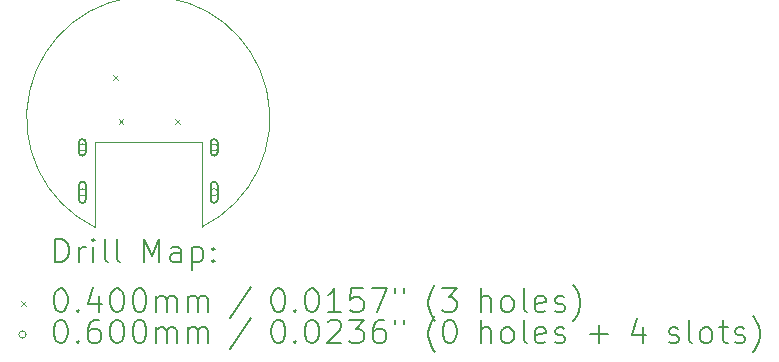
<source format=gbr>
%TF.GenerationSoftware,KiCad,Pcbnew,(7.0.0)*%
%TF.CreationDate,2024-02-07T22:19:05+08:00*%
%TF.ProjectId,simple charger,73696d70-6c65-4206-9368-61726765722e,rev?*%
%TF.SameCoordinates,Original*%
%TF.FileFunction,Drillmap*%
%TF.FilePolarity,Positive*%
%FSLAX45Y45*%
G04 Gerber Fmt 4.5, Leading zero omitted, Abs format (unit mm)*
G04 Created by KiCad (PCBNEW (7.0.0)) date 2024-02-07 22:19:05*
%MOMM*%
%LPD*%
G01*
G04 APERTURE LIST*
%ADD10C,0.100000*%
%ADD11C,0.200000*%
%ADD12C,0.040000*%
%ADD13C,0.060000*%
G04 APERTURE END LIST*
D10*
X10452500Y-10925000D02*
G75*
G03*
X9547500Y-10925000I-452500J925000D01*
G01*
X9547500Y-10200000D02*
X9547500Y-10925000D01*
X10452500Y-10200000D02*
X9547500Y-10200000D01*
X10452500Y-10925000D02*
X10452500Y-10200000D01*
D11*
D12*
X9700000Y-9640000D02*
X9740000Y-9680000D01*
X9740000Y-9640000D02*
X9700000Y-9680000D01*
X9750000Y-10010000D02*
X9790000Y-10050000D01*
X9790000Y-10010000D02*
X9750000Y-10050000D01*
X10227450Y-10010000D02*
X10267450Y-10050000D01*
X10267450Y-10010000D02*
X10227450Y-10050000D01*
D13*
X9472440Y-10250000D02*
G75*
G03*
X9472440Y-10250000I-30000J0D01*
G01*
D11*
X9472440Y-10290000D02*
X9472440Y-10210000D01*
X9472440Y-10210000D02*
G75*
G03*
X9412440Y-10210000I-30000J0D01*
G01*
X9412440Y-10210000D02*
X9412440Y-10290000D01*
X9412440Y-10290000D02*
G75*
G03*
X9472440Y-10290000I30000J0D01*
G01*
D13*
X9472470Y-10630000D02*
G75*
G03*
X9472470Y-10630000I-30000J0D01*
G01*
D11*
X9472470Y-10690000D02*
X9472470Y-10570000D01*
X9472470Y-10570000D02*
G75*
G03*
X9412470Y-10570000I-30000J0D01*
G01*
X9412470Y-10570000D02*
X9412470Y-10690000D01*
X9412470Y-10690000D02*
G75*
G03*
X9472470Y-10690000I30000J0D01*
G01*
D13*
X10587530Y-10250000D02*
G75*
G03*
X10587530Y-10250000I-30000J0D01*
G01*
D11*
X10587530Y-10290000D02*
X10587530Y-10210000D01*
X10587530Y-10210000D02*
G75*
G03*
X10527530Y-10210000I-30000J0D01*
G01*
X10527530Y-10210000D02*
X10527530Y-10290000D01*
X10527530Y-10290000D02*
G75*
G03*
X10587530Y-10290000I30000J0D01*
G01*
D13*
X10587530Y-10630000D02*
G75*
G03*
X10587530Y-10630000I-30000J0D01*
G01*
D11*
X10587530Y-10690000D02*
X10587530Y-10570000D01*
X10587530Y-10570000D02*
G75*
G03*
X10527530Y-10570000I-30000J0D01*
G01*
X10527530Y-10570000D02*
X10527530Y-10690000D01*
X10527530Y-10690000D02*
G75*
G03*
X10587530Y-10690000I30000J0D01*
G01*
X9212871Y-11223476D02*
X9212871Y-11023476D01*
X9212871Y-11023476D02*
X9260490Y-11023476D01*
X9260490Y-11023476D02*
X9289061Y-11033000D01*
X9289061Y-11033000D02*
X9308109Y-11052048D01*
X9308109Y-11052048D02*
X9317633Y-11071095D01*
X9317633Y-11071095D02*
X9327157Y-11109190D01*
X9327157Y-11109190D02*
X9327157Y-11137762D01*
X9327157Y-11137762D02*
X9317633Y-11175857D01*
X9317633Y-11175857D02*
X9308109Y-11194905D01*
X9308109Y-11194905D02*
X9289061Y-11213952D01*
X9289061Y-11213952D02*
X9260490Y-11223476D01*
X9260490Y-11223476D02*
X9212871Y-11223476D01*
X9412871Y-11223476D02*
X9412871Y-11090143D01*
X9412871Y-11128238D02*
X9422395Y-11109190D01*
X9422395Y-11109190D02*
X9431919Y-11099667D01*
X9431919Y-11099667D02*
X9450966Y-11090143D01*
X9450966Y-11090143D02*
X9470014Y-11090143D01*
X9536680Y-11223476D02*
X9536680Y-11090143D01*
X9536680Y-11023476D02*
X9527157Y-11033000D01*
X9527157Y-11033000D02*
X9536680Y-11042524D01*
X9536680Y-11042524D02*
X9546204Y-11033000D01*
X9546204Y-11033000D02*
X9536680Y-11023476D01*
X9536680Y-11023476D02*
X9536680Y-11042524D01*
X9660490Y-11223476D02*
X9641442Y-11213952D01*
X9641442Y-11213952D02*
X9631919Y-11194905D01*
X9631919Y-11194905D02*
X9631919Y-11023476D01*
X9765252Y-11223476D02*
X9746204Y-11213952D01*
X9746204Y-11213952D02*
X9736680Y-11194905D01*
X9736680Y-11194905D02*
X9736680Y-11023476D01*
X9961442Y-11223476D02*
X9961442Y-11023476D01*
X9961442Y-11023476D02*
X10028109Y-11166333D01*
X10028109Y-11166333D02*
X10094776Y-11023476D01*
X10094776Y-11023476D02*
X10094776Y-11223476D01*
X10275728Y-11223476D02*
X10275728Y-11118714D01*
X10275728Y-11118714D02*
X10266204Y-11099667D01*
X10266204Y-11099667D02*
X10247157Y-11090143D01*
X10247157Y-11090143D02*
X10209061Y-11090143D01*
X10209061Y-11090143D02*
X10190014Y-11099667D01*
X10275728Y-11213952D02*
X10256680Y-11223476D01*
X10256680Y-11223476D02*
X10209061Y-11223476D01*
X10209061Y-11223476D02*
X10190014Y-11213952D01*
X10190014Y-11213952D02*
X10180490Y-11194905D01*
X10180490Y-11194905D02*
X10180490Y-11175857D01*
X10180490Y-11175857D02*
X10190014Y-11156810D01*
X10190014Y-11156810D02*
X10209061Y-11147286D01*
X10209061Y-11147286D02*
X10256680Y-11147286D01*
X10256680Y-11147286D02*
X10275728Y-11137762D01*
X10370966Y-11090143D02*
X10370966Y-11290143D01*
X10370966Y-11099667D02*
X10390014Y-11090143D01*
X10390014Y-11090143D02*
X10428109Y-11090143D01*
X10428109Y-11090143D02*
X10447157Y-11099667D01*
X10447157Y-11099667D02*
X10456680Y-11109190D01*
X10456680Y-11109190D02*
X10466204Y-11128238D01*
X10466204Y-11128238D02*
X10466204Y-11185381D01*
X10466204Y-11185381D02*
X10456680Y-11204428D01*
X10456680Y-11204428D02*
X10447157Y-11213952D01*
X10447157Y-11213952D02*
X10428109Y-11223476D01*
X10428109Y-11223476D02*
X10390014Y-11223476D01*
X10390014Y-11223476D02*
X10370966Y-11213952D01*
X10551919Y-11204428D02*
X10561442Y-11213952D01*
X10561442Y-11213952D02*
X10551919Y-11223476D01*
X10551919Y-11223476D02*
X10542395Y-11213952D01*
X10542395Y-11213952D02*
X10551919Y-11204428D01*
X10551919Y-11204428D02*
X10551919Y-11223476D01*
X10551919Y-11099667D02*
X10561442Y-11109190D01*
X10561442Y-11109190D02*
X10551919Y-11118714D01*
X10551919Y-11118714D02*
X10542395Y-11109190D01*
X10542395Y-11109190D02*
X10551919Y-11099667D01*
X10551919Y-11099667D02*
X10551919Y-11118714D01*
D12*
X8925252Y-11550000D02*
X8965252Y-11590000D01*
X8965252Y-11550000D02*
X8925252Y-11590000D01*
D11*
X9250966Y-11443476D02*
X9270014Y-11443476D01*
X9270014Y-11443476D02*
X9289061Y-11453000D01*
X9289061Y-11453000D02*
X9298585Y-11462524D01*
X9298585Y-11462524D02*
X9308109Y-11481571D01*
X9308109Y-11481571D02*
X9317633Y-11519667D01*
X9317633Y-11519667D02*
X9317633Y-11567286D01*
X9317633Y-11567286D02*
X9308109Y-11605381D01*
X9308109Y-11605381D02*
X9298585Y-11624428D01*
X9298585Y-11624428D02*
X9289061Y-11633952D01*
X9289061Y-11633952D02*
X9270014Y-11643476D01*
X9270014Y-11643476D02*
X9250966Y-11643476D01*
X9250966Y-11643476D02*
X9231919Y-11633952D01*
X9231919Y-11633952D02*
X9222395Y-11624428D01*
X9222395Y-11624428D02*
X9212871Y-11605381D01*
X9212871Y-11605381D02*
X9203347Y-11567286D01*
X9203347Y-11567286D02*
X9203347Y-11519667D01*
X9203347Y-11519667D02*
X9212871Y-11481571D01*
X9212871Y-11481571D02*
X9222395Y-11462524D01*
X9222395Y-11462524D02*
X9231919Y-11453000D01*
X9231919Y-11453000D02*
X9250966Y-11443476D01*
X9403347Y-11624428D02*
X9412871Y-11633952D01*
X9412871Y-11633952D02*
X9403347Y-11643476D01*
X9403347Y-11643476D02*
X9393823Y-11633952D01*
X9393823Y-11633952D02*
X9403347Y-11624428D01*
X9403347Y-11624428D02*
X9403347Y-11643476D01*
X9584300Y-11510143D02*
X9584300Y-11643476D01*
X9536680Y-11433952D02*
X9489061Y-11576809D01*
X9489061Y-11576809D02*
X9612871Y-11576809D01*
X9727157Y-11443476D02*
X9746204Y-11443476D01*
X9746204Y-11443476D02*
X9765252Y-11453000D01*
X9765252Y-11453000D02*
X9774776Y-11462524D01*
X9774776Y-11462524D02*
X9784300Y-11481571D01*
X9784300Y-11481571D02*
X9793823Y-11519667D01*
X9793823Y-11519667D02*
X9793823Y-11567286D01*
X9793823Y-11567286D02*
X9784300Y-11605381D01*
X9784300Y-11605381D02*
X9774776Y-11624428D01*
X9774776Y-11624428D02*
X9765252Y-11633952D01*
X9765252Y-11633952D02*
X9746204Y-11643476D01*
X9746204Y-11643476D02*
X9727157Y-11643476D01*
X9727157Y-11643476D02*
X9708109Y-11633952D01*
X9708109Y-11633952D02*
X9698585Y-11624428D01*
X9698585Y-11624428D02*
X9689061Y-11605381D01*
X9689061Y-11605381D02*
X9679538Y-11567286D01*
X9679538Y-11567286D02*
X9679538Y-11519667D01*
X9679538Y-11519667D02*
X9689061Y-11481571D01*
X9689061Y-11481571D02*
X9698585Y-11462524D01*
X9698585Y-11462524D02*
X9708109Y-11453000D01*
X9708109Y-11453000D02*
X9727157Y-11443476D01*
X9917633Y-11443476D02*
X9936681Y-11443476D01*
X9936681Y-11443476D02*
X9955728Y-11453000D01*
X9955728Y-11453000D02*
X9965252Y-11462524D01*
X9965252Y-11462524D02*
X9974776Y-11481571D01*
X9974776Y-11481571D02*
X9984300Y-11519667D01*
X9984300Y-11519667D02*
X9984300Y-11567286D01*
X9984300Y-11567286D02*
X9974776Y-11605381D01*
X9974776Y-11605381D02*
X9965252Y-11624428D01*
X9965252Y-11624428D02*
X9955728Y-11633952D01*
X9955728Y-11633952D02*
X9936681Y-11643476D01*
X9936681Y-11643476D02*
X9917633Y-11643476D01*
X9917633Y-11643476D02*
X9898585Y-11633952D01*
X9898585Y-11633952D02*
X9889061Y-11624428D01*
X9889061Y-11624428D02*
X9879538Y-11605381D01*
X9879538Y-11605381D02*
X9870014Y-11567286D01*
X9870014Y-11567286D02*
X9870014Y-11519667D01*
X9870014Y-11519667D02*
X9879538Y-11481571D01*
X9879538Y-11481571D02*
X9889061Y-11462524D01*
X9889061Y-11462524D02*
X9898585Y-11453000D01*
X9898585Y-11453000D02*
X9917633Y-11443476D01*
X10070014Y-11643476D02*
X10070014Y-11510143D01*
X10070014Y-11529190D02*
X10079538Y-11519667D01*
X10079538Y-11519667D02*
X10098585Y-11510143D01*
X10098585Y-11510143D02*
X10127157Y-11510143D01*
X10127157Y-11510143D02*
X10146204Y-11519667D01*
X10146204Y-11519667D02*
X10155728Y-11538714D01*
X10155728Y-11538714D02*
X10155728Y-11643476D01*
X10155728Y-11538714D02*
X10165252Y-11519667D01*
X10165252Y-11519667D02*
X10184300Y-11510143D01*
X10184300Y-11510143D02*
X10212871Y-11510143D01*
X10212871Y-11510143D02*
X10231919Y-11519667D01*
X10231919Y-11519667D02*
X10241442Y-11538714D01*
X10241442Y-11538714D02*
X10241442Y-11643476D01*
X10336681Y-11643476D02*
X10336681Y-11510143D01*
X10336681Y-11529190D02*
X10346204Y-11519667D01*
X10346204Y-11519667D02*
X10365252Y-11510143D01*
X10365252Y-11510143D02*
X10393823Y-11510143D01*
X10393823Y-11510143D02*
X10412871Y-11519667D01*
X10412871Y-11519667D02*
X10422395Y-11538714D01*
X10422395Y-11538714D02*
X10422395Y-11643476D01*
X10422395Y-11538714D02*
X10431919Y-11519667D01*
X10431919Y-11519667D02*
X10450966Y-11510143D01*
X10450966Y-11510143D02*
X10479538Y-11510143D01*
X10479538Y-11510143D02*
X10498585Y-11519667D01*
X10498585Y-11519667D02*
X10508109Y-11538714D01*
X10508109Y-11538714D02*
X10508109Y-11643476D01*
X10866204Y-11433952D02*
X10694776Y-11691095D01*
X11090966Y-11443476D02*
X11110014Y-11443476D01*
X11110014Y-11443476D02*
X11129062Y-11453000D01*
X11129062Y-11453000D02*
X11138585Y-11462524D01*
X11138585Y-11462524D02*
X11148109Y-11481571D01*
X11148109Y-11481571D02*
X11157633Y-11519667D01*
X11157633Y-11519667D02*
X11157633Y-11567286D01*
X11157633Y-11567286D02*
X11148109Y-11605381D01*
X11148109Y-11605381D02*
X11138585Y-11624428D01*
X11138585Y-11624428D02*
X11129062Y-11633952D01*
X11129062Y-11633952D02*
X11110014Y-11643476D01*
X11110014Y-11643476D02*
X11090966Y-11643476D01*
X11090966Y-11643476D02*
X11071919Y-11633952D01*
X11071919Y-11633952D02*
X11062395Y-11624428D01*
X11062395Y-11624428D02*
X11052871Y-11605381D01*
X11052871Y-11605381D02*
X11043347Y-11567286D01*
X11043347Y-11567286D02*
X11043347Y-11519667D01*
X11043347Y-11519667D02*
X11052871Y-11481571D01*
X11052871Y-11481571D02*
X11062395Y-11462524D01*
X11062395Y-11462524D02*
X11071919Y-11453000D01*
X11071919Y-11453000D02*
X11090966Y-11443476D01*
X11243347Y-11624428D02*
X11252871Y-11633952D01*
X11252871Y-11633952D02*
X11243347Y-11643476D01*
X11243347Y-11643476D02*
X11233823Y-11633952D01*
X11233823Y-11633952D02*
X11243347Y-11624428D01*
X11243347Y-11624428D02*
X11243347Y-11643476D01*
X11376680Y-11443476D02*
X11395728Y-11443476D01*
X11395728Y-11443476D02*
X11414776Y-11453000D01*
X11414776Y-11453000D02*
X11424300Y-11462524D01*
X11424300Y-11462524D02*
X11433823Y-11481571D01*
X11433823Y-11481571D02*
X11443347Y-11519667D01*
X11443347Y-11519667D02*
X11443347Y-11567286D01*
X11443347Y-11567286D02*
X11433823Y-11605381D01*
X11433823Y-11605381D02*
X11424300Y-11624428D01*
X11424300Y-11624428D02*
X11414776Y-11633952D01*
X11414776Y-11633952D02*
X11395728Y-11643476D01*
X11395728Y-11643476D02*
X11376680Y-11643476D01*
X11376680Y-11643476D02*
X11357633Y-11633952D01*
X11357633Y-11633952D02*
X11348109Y-11624428D01*
X11348109Y-11624428D02*
X11338585Y-11605381D01*
X11338585Y-11605381D02*
X11329061Y-11567286D01*
X11329061Y-11567286D02*
X11329061Y-11519667D01*
X11329061Y-11519667D02*
X11338585Y-11481571D01*
X11338585Y-11481571D02*
X11348109Y-11462524D01*
X11348109Y-11462524D02*
X11357633Y-11453000D01*
X11357633Y-11453000D02*
X11376680Y-11443476D01*
X11633823Y-11643476D02*
X11519538Y-11643476D01*
X11576680Y-11643476D02*
X11576680Y-11443476D01*
X11576680Y-11443476D02*
X11557633Y-11472048D01*
X11557633Y-11472048D02*
X11538585Y-11491095D01*
X11538585Y-11491095D02*
X11519538Y-11500619D01*
X11814776Y-11443476D02*
X11719538Y-11443476D01*
X11719538Y-11443476D02*
X11710014Y-11538714D01*
X11710014Y-11538714D02*
X11719538Y-11529190D01*
X11719538Y-11529190D02*
X11738585Y-11519667D01*
X11738585Y-11519667D02*
X11786204Y-11519667D01*
X11786204Y-11519667D02*
X11805252Y-11529190D01*
X11805252Y-11529190D02*
X11814776Y-11538714D01*
X11814776Y-11538714D02*
X11824300Y-11557762D01*
X11824300Y-11557762D02*
X11824300Y-11605381D01*
X11824300Y-11605381D02*
X11814776Y-11624428D01*
X11814776Y-11624428D02*
X11805252Y-11633952D01*
X11805252Y-11633952D02*
X11786204Y-11643476D01*
X11786204Y-11643476D02*
X11738585Y-11643476D01*
X11738585Y-11643476D02*
X11719538Y-11633952D01*
X11719538Y-11633952D02*
X11710014Y-11624428D01*
X11890966Y-11443476D02*
X12024300Y-11443476D01*
X12024300Y-11443476D02*
X11938585Y-11643476D01*
X12090966Y-11443476D02*
X12090966Y-11481571D01*
X12167157Y-11443476D02*
X12167157Y-11481571D01*
X12430014Y-11719667D02*
X12420490Y-11710143D01*
X12420490Y-11710143D02*
X12401442Y-11681571D01*
X12401442Y-11681571D02*
X12391919Y-11662524D01*
X12391919Y-11662524D02*
X12382395Y-11633952D01*
X12382395Y-11633952D02*
X12372871Y-11586333D01*
X12372871Y-11586333D02*
X12372871Y-11548238D01*
X12372871Y-11548238D02*
X12382395Y-11500619D01*
X12382395Y-11500619D02*
X12391919Y-11472048D01*
X12391919Y-11472048D02*
X12401442Y-11453000D01*
X12401442Y-11453000D02*
X12420490Y-11424428D01*
X12420490Y-11424428D02*
X12430014Y-11414905D01*
X12487157Y-11443476D02*
X12610966Y-11443476D01*
X12610966Y-11443476D02*
X12544300Y-11519667D01*
X12544300Y-11519667D02*
X12572871Y-11519667D01*
X12572871Y-11519667D02*
X12591919Y-11529190D01*
X12591919Y-11529190D02*
X12601442Y-11538714D01*
X12601442Y-11538714D02*
X12610966Y-11557762D01*
X12610966Y-11557762D02*
X12610966Y-11605381D01*
X12610966Y-11605381D02*
X12601442Y-11624428D01*
X12601442Y-11624428D02*
X12591919Y-11633952D01*
X12591919Y-11633952D02*
X12572871Y-11643476D01*
X12572871Y-11643476D02*
X12515728Y-11643476D01*
X12515728Y-11643476D02*
X12496681Y-11633952D01*
X12496681Y-11633952D02*
X12487157Y-11624428D01*
X12816681Y-11643476D02*
X12816681Y-11443476D01*
X12902395Y-11643476D02*
X12902395Y-11538714D01*
X12902395Y-11538714D02*
X12892871Y-11519667D01*
X12892871Y-11519667D02*
X12873823Y-11510143D01*
X12873823Y-11510143D02*
X12845252Y-11510143D01*
X12845252Y-11510143D02*
X12826204Y-11519667D01*
X12826204Y-11519667D02*
X12816681Y-11529190D01*
X13026204Y-11643476D02*
X13007157Y-11633952D01*
X13007157Y-11633952D02*
X12997633Y-11624428D01*
X12997633Y-11624428D02*
X12988109Y-11605381D01*
X12988109Y-11605381D02*
X12988109Y-11548238D01*
X12988109Y-11548238D02*
X12997633Y-11529190D01*
X12997633Y-11529190D02*
X13007157Y-11519667D01*
X13007157Y-11519667D02*
X13026204Y-11510143D01*
X13026204Y-11510143D02*
X13054776Y-11510143D01*
X13054776Y-11510143D02*
X13073823Y-11519667D01*
X13073823Y-11519667D02*
X13083347Y-11529190D01*
X13083347Y-11529190D02*
X13092871Y-11548238D01*
X13092871Y-11548238D02*
X13092871Y-11605381D01*
X13092871Y-11605381D02*
X13083347Y-11624428D01*
X13083347Y-11624428D02*
X13073823Y-11633952D01*
X13073823Y-11633952D02*
X13054776Y-11643476D01*
X13054776Y-11643476D02*
X13026204Y-11643476D01*
X13207157Y-11643476D02*
X13188109Y-11633952D01*
X13188109Y-11633952D02*
X13178585Y-11614905D01*
X13178585Y-11614905D02*
X13178585Y-11443476D01*
X13359538Y-11633952D02*
X13340490Y-11643476D01*
X13340490Y-11643476D02*
X13302395Y-11643476D01*
X13302395Y-11643476D02*
X13283347Y-11633952D01*
X13283347Y-11633952D02*
X13273823Y-11614905D01*
X13273823Y-11614905D02*
X13273823Y-11538714D01*
X13273823Y-11538714D02*
X13283347Y-11519667D01*
X13283347Y-11519667D02*
X13302395Y-11510143D01*
X13302395Y-11510143D02*
X13340490Y-11510143D01*
X13340490Y-11510143D02*
X13359538Y-11519667D01*
X13359538Y-11519667D02*
X13369062Y-11538714D01*
X13369062Y-11538714D02*
X13369062Y-11557762D01*
X13369062Y-11557762D02*
X13273823Y-11576809D01*
X13445252Y-11633952D02*
X13464300Y-11643476D01*
X13464300Y-11643476D02*
X13502395Y-11643476D01*
X13502395Y-11643476D02*
X13521443Y-11633952D01*
X13521443Y-11633952D02*
X13530966Y-11614905D01*
X13530966Y-11614905D02*
X13530966Y-11605381D01*
X13530966Y-11605381D02*
X13521443Y-11586333D01*
X13521443Y-11586333D02*
X13502395Y-11576809D01*
X13502395Y-11576809D02*
X13473823Y-11576809D01*
X13473823Y-11576809D02*
X13454776Y-11567286D01*
X13454776Y-11567286D02*
X13445252Y-11548238D01*
X13445252Y-11548238D02*
X13445252Y-11538714D01*
X13445252Y-11538714D02*
X13454776Y-11519667D01*
X13454776Y-11519667D02*
X13473823Y-11510143D01*
X13473823Y-11510143D02*
X13502395Y-11510143D01*
X13502395Y-11510143D02*
X13521443Y-11519667D01*
X13597633Y-11719667D02*
X13607157Y-11710143D01*
X13607157Y-11710143D02*
X13626204Y-11681571D01*
X13626204Y-11681571D02*
X13635728Y-11662524D01*
X13635728Y-11662524D02*
X13645252Y-11633952D01*
X13645252Y-11633952D02*
X13654776Y-11586333D01*
X13654776Y-11586333D02*
X13654776Y-11548238D01*
X13654776Y-11548238D02*
X13645252Y-11500619D01*
X13645252Y-11500619D02*
X13635728Y-11472048D01*
X13635728Y-11472048D02*
X13626204Y-11453000D01*
X13626204Y-11453000D02*
X13607157Y-11424428D01*
X13607157Y-11424428D02*
X13597633Y-11414905D01*
D13*
X8965252Y-11834000D02*
G75*
G03*
X8965252Y-11834000I-30000J0D01*
G01*
D11*
X9250966Y-11707476D02*
X9270014Y-11707476D01*
X9270014Y-11707476D02*
X9289061Y-11717000D01*
X9289061Y-11717000D02*
X9298585Y-11726524D01*
X9298585Y-11726524D02*
X9308109Y-11745571D01*
X9308109Y-11745571D02*
X9317633Y-11783667D01*
X9317633Y-11783667D02*
X9317633Y-11831286D01*
X9317633Y-11831286D02*
X9308109Y-11869381D01*
X9308109Y-11869381D02*
X9298585Y-11888428D01*
X9298585Y-11888428D02*
X9289061Y-11897952D01*
X9289061Y-11897952D02*
X9270014Y-11907476D01*
X9270014Y-11907476D02*
X9250966Y-11907476D01*
X9250966Y-11907476D02*
X9231919Y-11897952D01*
X9231919Y-11897952D02*
X9222395Y-11888428D01*
X9222395Y-11888428D02*
X9212871Y-11869381D01*
X9212871Y-11869381D02*
X9203347Y-11831286D01*
X9203347Y-11831286D02*
X9203347Y-11783667D01*
X9203347Y-11783667D02*
X9212871Y-11745571D01*
X9212871Y-11745571D02*
X9222395Y-11726524D01*
X9222395Y-11726524D02*
X9231919Y-11717000D01*
X9231919Y-11717000D02*
X9250966Y-11707476D01*
X9403347Y-11888428D02*
X9412871Y-11897952D01*
X9412871Y-11897952D02*
X9403347Y-11907476D01*
X9403347Y-11907476D02*
X9393823Y-11897952D01*
X9393823Y-11897952D02*
X9403347Y-11888428D01*
X9403347Y-11888428D02*
X9403347Y-11907476D01*
X9584300Y-11707476D02*
X9546204Y-11707476D01*
X9546204Y-11707476D02*
X9527157Y-11717000D01*
X9527157Y-11717000D02*
X9517633Y-11726524D01*
X9517633Y-11726524D02*
X9498585Y-11755095D01*
X9498585Y-11755095D02*
X9489061Y-11793190D01*
X9489061Y-11793190D02*
X9489061Y-11869381D01*
X9489061Y-11869381D02*
X9498585Y-11888428D01*
X9498585Y-11888428D02*
X9508109Y-11897952D01*
X9508109Y-11897952D02*
X9527157Y-11907476D01*
X9527157Y-11907476D02*
X9565252Y-11907476D01*
X9565252Y-11907476D02*
X9584300Y-11897952D01*
X9584300Y-11897952D02*
X9593823Y-11888428D01*
X9593823Y-11888428D02*
X9603347Y-11869381D01*
X9603347Y-11869381D02*
X9603347Y-11821762D01*
X9603347Y-11821762D02*
X9593823Y-11802714D01*
X9593823Y-11802714D02*
X9584300Y-11793190D01*
X9584300Y-11793190D02*
X9565252Y-11783667D01*
X9565252Y-11783667D02*
X9527157Y-11783667D01*
X9527157Y-11783667D02*
X9508109Y-11793190D01*
X9508109Y-11793190D02*
X9498585Y-11802714D01*
X9498585Y-11802714D02*
X9489061Y-11821762D01*
X9727157Y-11707476D02*
X9746204Y-11707476D01*
X9746204Y-11707476D02*
X9765252Y-11717000D01*
X9765252Y-11717000D02*
X9774776Y-11726524D01*
X9774776Y-11726524D02*
X9784300Y-11745571D01*
X9784300Y-11745571D02*
X9793823Y-11783667D01*
X9793823Y-11783667D02*
X9793823Y-11831286D01*
X9793823Y-11831286D02*
X9784300Y-11869381D01*
X9784300Y-11869381D02*
X9774776Y-11888428D01*
X9774776Y-11888428D02*
X9765252Y-11897952D01*
X9765252Y-11897952D02*
X9746204Y-11907476D01*
X9746204Y-11907476D02*
X9727157Y-11907476D01*
X9727157Y-11907476D02*
X9708109Y-11897952D01*
X9708109Y-11897952D02*
X9698585Y-11888428D01*
X9698585Y-11888428D02*
X9689061Y-11869381D01*
X9689061Y-11869381D02*
X9679538Y-11831286D01*
X9679538Y-11831286D02*
X9679538Y-11783667D01*
X9679538Y-11783667D02*
X9689061Y-11745571D01*
X9689061Y-11745571D02*
X9698585Y-11726524D01*
X9698585Y-11726524D02*
X9708109Y-11717000D01*
X9708109Y-11717000D02*
X9727157Y-11707476D01*
X9917633Y-11707476D02*
X9936681Y-11707476D01*
X9936681Y-11707476D02*
X9955728Y-11717000D01*
X9955728Y-11717000D02*
X9965252Y-11726524D01*
X9965252Y-11726524D02*
X9974776Y-11745571D01*
X9974776Y-11745571D02*
X9984300Y-11783667D01*
X9984300Y-11783667D02*
X9984300Y-11831286D01*
X9984300Y-11831286D02*
X9974776Y-11869381D01*
X9974776Y-11869381D02*
X9965252Y-11888428D01*
X9965252Y-11888428D02*
X9955728Y-11897952D01*
X9955728Y-11897952D02*
X9936681Y-11907476D01*
X9936681Y-11907476D02*
X9917633Y-11907476D01*
X9917633Y-11907476D02*
X9898585Y-11897952D01*
X9898585Y-11897952D02*
X9889061Y-11888428D01*
X9889061Y-11888428D02*
X9879538Y-11869381D01*
X9879538Y-11869381D02*
X9870014Y-11831286D01*
X9870014Y-11831286D02*
X9870014Y-11783667D01*
X9870014Y-11783667D02*
X9879538Y-11745571D01*
X9879538Y-11745571D02*
X9889061Y-11726524D01*
X9889061Y-11726524D02*
X9898585Y-11717000D01*
X9898585Y-11717000D02*
X9917633Y-11707476D01*
X10070014Y-11907476D02*
X10070014Y-11774143D01*
X10070014Y-11793190D02*
X10079538Y-11783667D01*
X10079538Y-11783667D02*
X10098585Y-11774143D01*
X10098585Y-11774143D02*
X10127157Y-11774143D01*
X10127157Y-11774143D02*
X10146204Y-11783667D01*
X10146204Y-11783667D02*
X10155728Y-11802714D01*
X10155728Y-11802714D02*
X10155728Y-11907476D01*
X10155728Y-11802714D02*
X10165252Y-11783667D01*
X10165252Y-11783667D02*
X10184300Y-11774143D01*
X10184300Y-11774143D02*
X10212871Y-11774143D01*
X10212871Y-11774143D02*
X10231919Y-11783667D01*
X10231919Y-11783667D02*
X10241442Y-11802714D01*
X10241442Y-11802714D02*
X10241442Y-11907476D01*
X10336681Y-11907476D02*
X10336681Y-11774143D01*
X10336681Y-11793190D02*
X10346204Y-11783667D01*
X10346204Y-11783667D02*
X10365252Y-11774143D01*
X10365252Y-11774143D02*
X10393823Y-11774143D01*
X10393823Y-11774143D02*
X10412871Y-11783667D01*
X10412871Y-11783667D02*
X10422395Y-11802714D01*
X10422395Y-11802714D02*
X10422395Y-11907476D01*
X10422395Y-11802714D02*
X10431919Y-11783667D01*
X10431919Y-11783667D02*
X10450966Y-11774143D01*
X10450966Y-11774143D02*
X10479538Y-11774143D01*
X10479538Y-11774143D02*
X10498585Y-11783667D01*
X10498585Y-11783667D02*
X10508109Y-11802714D01*
X10508109Y-11802714D02*
X10508109Y-11907476D01*
X10866204Y-11697952D02*
X10694776Y-11955095D01*
X11090966Y-11707476D02*
X11110014Y-11707476D01*
X11110014Y-11707476D02*
X11129062Y-11717000D01*
X11129062Y-11717000D02*
X11138585Y-11726524D01*
X11138585Y-11726524D02*
X11148109Y-11745571D01*
X11148109Y-11745571D02*
X11157633Y-11783667D01*
X11157633Y-11783667D02*
X11157633Y-11831286D01*
X11157633Y-11831286D02*
X11148109Y-11869381D01*
X11148109Y-11869381D02*
X11138585Y-11888428D01*
X11138585Y-11888428D02*
X11129062Y-11897952D01*
X11129062Y-11897952D02*
X11110014Y-11907476D01*
X11110014Y-11907476D02*
X11090966Y-11907476D01*
X11090966Y-11907476D02*
X11071919Y-11897952D01*
X11071919Y-11897952D02*
X11062395Y-11888428D01*
X11062395Y-11888428D02*
X11052871Y-11869381D01*
X11052871Y-11869381D02*
X11043347Y-11831286D01*
X11043347Y-11831286D02*
X11043347Y-11783667D01*
X11043347Y-11783667D02*
X11052871Y-11745571D01*
X11052871Y-11745571D02*
X11062395Y-11726524D01*
X11062395Y-11726524D02*
X11071919Y-11717000D01*
X11071919Y-11717000D02*
X11090966Y-11707476D01*
X11243347Y-11888428D02*
X11252871Y-11897952D01*
X11252871Y-11897952D02*
X11243347Y-11907476D01*
X11243347Y-11907476D02*
X11233823Y-11897952D01*
X11233823Y-11897952D02*
X11243347Y-11888428D01*
X11243347Y-11888428D02*
X11243347Y-11907476D01*
X11376680Y-11707476D02*
X11395728Y-11707476D01*
X11395728Y-11707476D02*
X11414776Y-11717000D01*
X11414776Y-11717000D02*
X11424300Y-11726524D01*
X11424300Y-11726524D02*
X11433823Y-11745571D01*
X11433823Y-11745571D02*
X11443347Y-11783667D01*
X11443347Y-11783667D02*
X11443347Y-11831286D01*
X11443347Y-11831286D02*
X11433823Y-11869381D01*
X11433823Y-11869381D02*
X11424300Y-11888428D01*
X11424300Y-11888428D02*
X11414776Y-11897952D01*
X11414776Y-11897952D02*
X11395728Y-11907476D01*
X11395728Y-11907476D02*
X11376680Y-11907476D01*
X11376680Y-11907476D02*
X11357633Y-11897952D01*
X11357633Y-11897952D02*
X11348109Y-11888428D01*
X11348109Y-11888428D02*
X11338585Y-11869381D01*
X11338585Y-11869381D02*
X11329061Y-11831286D01*
X11329061Y-11831286D02*
X11329061Y-11783667D01*
X11329061Y-11783667D02*
X11338585Y-11745571D01*
X11338585Y-11745571D02*
X11348109Y-11726524D01*
X11348109Y-11726524D02*
X11357633Y-11717000D01*
X11357633Y-11717000D02*
X11376680Y-11707476D01*
X11519538Y-11726524D02*
X11529061Y-11717000D01*
X11529061Y-11717000D02*
X11548109Y-11707476D01*
X11548109Y-11707476D02*
X11595728Y-11707476D01*
X11595728Y-11707476D02*
X11614776Y-11717000D01*
X11614776Y-11717000D02*
X11624300Y-11726524D01*
X11624300Y-11726524D02*
X11633823Y-11745571D01*
X11633823Y-11745571D02*
X11633823Y-11764619D01*
X11633823Y-11764619D02*
X11624300Y-11793190D01*
X11624300Y-11793190D02*
X11510014Y-11907476D01*
X11510014Y-11907476D02*
X11633823Y-11907476D01*
X11700490Y-11707476D02*
X11824300Y-11707476D01*
X11824300Y-11707476D02*
X11757633Y-11783667D01*
X11757633Y-11783667D02*
X11786204Y-11783667D01*
X11786204Y-11783667D02*
X11805252Y-11793190D01*
X11805252Y-11793190D02*
X11814776Y-11802714D01*
X11814776Y-11802714D02*
X11824300Y-11821762D01*
X11824300Y-11821762D02*
X11824300Y-11869381D01*
X11824300Y-11869381D02*
X11814776Y-11888428D01*
X11814776Y-11888428D02*
X11805252Y-11897952D01*
X11805252Y-11897952D02*
X11786204Y-11907476D01*
X11786204Y-11907476D02*
X11729061Y-11907476D01*
X11729061Y-11907476D02*
X11710014Y-11897952D01*
X11710014Y-11897952D02*
X11700490Y-11888428D01*
X11995728Y-11707476D02*
X11957633Y-11707476D01*
X11957633Y-11707476D02*
X11938585Y-11717000D01*
X11938585Y-11717000D02*
X11929061Y-11726524D01*
X11929061Y-11726524D02*
X11910014Y-11755095D01*
X11910014Y-11755095D02*
X11900490Y-11793190D01*
X11900490Y-11793190D02*
X11900490Y-11869381D01*
X11900490Y-11869381D02*
X11910014Y-11888428D01*
X11910014Y-11888428D02*
X11919538Y-11897952D01*
X11919538Y-11897952D02*
X11938585Y-11907476D01*
X11938585Y-11907476D02*
X11976681Y-11907476D01*
X11976681Y-11907476D02*
X11995728Y-11897952D01*
X11995728Y-11897952D02*
X12005252Y-11888428D01*
X12005252Y-11888428D02*
X12014776Y-11869381D01*
X12014776Y-11869381D02*
X12014776Y-11821762D01*
X12014776Y-11821762D02*
X12005252Y-11802714D01*
X12005252Y-11802714D02*
X11995728Y-11793190D01*
X11995728Y-11793190D02*
X11976681Y-11783667D01*
X11976681Y-11783667D02*
X11938585Y-11783667D01*
X11938585Y-11783667D02*
X11919538Y-11793190D01*
X11919538Y-11793190D02*
X11910014Y-11802714D01*
X11910014Y-11802714D02*
X11900490Y-11821762D01*
X12090966Y-11707476D02*
X12090966Y-11745571D01*
X12167157Y-11707476D02*
X12167157Y-11745571D01*
X12430014Y-11983667D02*
X12420490Y-11974143D01*
X12420490Y-11974143D02*
X12401442Y-11945571D01*
X12401442Y-11945571D02*
X12391919Y-11926524D01*
X12391919Y-11926524D02*
X12382395Y-11897952D01*
X12382395Y-11897952D02*
X12372871Y-11850333D01*
X12372871Y-11850333D02*
X12372871Y-11812238D01*
X12372871Y-11812238D02*
X12382395Y-11764619D01*
X12382395Y-11764619D02*
X12391919Y-11736048D01*
X12391919Y-11736048D02*
X12401442Y-11717000D01*
X12401442Y-11717000D02*
X12420490Y-11688428D01*
X12420490Y-11688428D02*
X12430014Y-11678905D01*
X12544300Y-11707476D02*
X12563347Y-11707476D01*
X12563347Y-11707476D02*
X12582395Y-11717000D01*
X12582395Y-11717000D02*
X12591919Y-11726524D01*
X12591919Y-11726524D02*
X12601442Y-11745571D01*
X12601442Y-11745571D02*
X12610966Y-11783667D01*
X12610966Y-11783667D02*
X12610966Y-11831286D01*
X12610966Y-11831286D02*
X12601442Y-11869381D01*
X12601442Y-11869381D02*
X12591919Y-11888428D01*
X12591919Y-11888428D02*
X12582395Y-11897952D01*
X12582395Y-11897952D02*
X12563347Y-11907476D01*
X12563347Y-11907476D02*
X12544300Y-11907476D01*
X12544300Y-11907476D02*
X12525252Y-11897952D01*
X12525252Y-11897952D02*
X12515728Y-11888428D01*
X12515728Y-11888428D02*
X12506204Y-11869381D01*
X12506204Y-11869381D02*
X12496681Y-11831286D01*
X12496681Y-11831286D02*
X12496681Y-11783667D01*
X12496681Y-11783667D02*
X12506204Y-11745571D01*
X12506204Y-11745571D02*
X12515728Y-11726524D01*
X12515728Y-11726524D02*
X12525252Y-11717000D01*
X12525252Y-11717000D02*
X12544300Y-11707476D01*
X12816681Y-11907476D02*
X12816681Y-11707476D01*
X12902395Y-11907476D02*
X12902395Y-11802714D01*
X12902395Y-11802714D02*
X12892871Y-11783667D01*
X12892871Y-11783667D02*
X12873823Y-11774143D01*
X12873823Y-11774143D02*
X12845252Y-11774143D01*
X12845252Y-11774143D02*
X12826204Y-11783667D01*
X12826204Y-11783667D02*
X12816681Y-11793190D01*
X13026204Y-11907476D02*
X13007157Y-11897952D01*
X13007157Y-11897952D02*
X12997633Y-11888428D01*
X12997633Y-11888428D02*
X12988109Y-11869381D01*
X12988109Y-11869381D02*
X12988109Y-11812238D01*
X12988109Y-11812238D02*
X12997633Y-11793190D01*
X12997633Y-11793190D02*
X13007157Y-11783667D01*
X13007157Y-11783667D02*
X13026204Y-11774143D01*
X13026204Y-11774143D02*
X13054776Y-11774143D01*
X13054776Y-11774143D02*
X13073823Y-11783667D01*
X13073823Y-11783667D02*
X13083347Y-11793190D01*
X13083347Y-11793190D02*
X13092871Y-11812238D01*
X13092871Y-11812238D02*
X13092871Y-11869381D01*
X13092871Y-11869381D02*
X13083347Y-11888428D01*
X13083347Y-11888428D02*
X13073823Y-11897952D01*
X13073823Y-11897952D02*
X13054776Y-11907476D01*
X13054776Y-11907476D02*
X13026204Y-11907476D01*
X13207157Y-11907476D02*
X13188109Y-11897952D01*
X13188109Y-11897952D02*
X13178585Y-11878905D01*
X13178585Y-11878905D02*
X13178585Y-11707476D01*
X13359538Y-11897952D02*
X13340490Y-11907476D01*
X13340490Y-11907476D02*
X13302395Y-11907476D01*
X13302395Y-11907476D02*
X13283347Y-11897952D01*
X13283347Y-11897952D02*
X13273823Y-11878905D01*
X13273823Y-11878905D02*
X13273823Y-11802714D01*
X13273823Y-11802714D02*
X13283347Y-11783667D01*
X13283347Y-11783667D02*
X13302395Y-11774143D01*
X13302395Y-11774143D02*
X13340490Y-11774143D01*
X13340490Y-11774143D02*
X13359538Y-11783667D01*
X13359538Y-11783667D02*
X13369062Y-11802714D01*
X13369062Y-11802714D02*
X13369062Y-11821762D01*
X13369062Y-11821762D02*
X13273823Y-11840809D01*
X13445252Y-11897952D02*
X13464300Y-11907476D01*
X13464300Y-11907476D02*
X13502395Y-11907476D01*
X13502395Y-11907476D02*
X13521443Y-11897952D01*
X13521443Y-11897952D02*
X13530966Y-11878905D01*
X13530966Y-11878905D02*
X13530966Y-11869381D01*
X13530966Y-11869381D02*
X13521443Y-11850333D01*
X13521443Y-11850333D02*
X13502395Y-11840809D01*
X13502395Y-11840809D02*
X13473823Y-11840809D01*
X13473823Y-11840809D02*
X13454776Y-11831286D01*
X13454776Y-11831286D02*
X13445252Y-11812238D01*
X13445252Y-11812238D02*
X13445252Y-11802714D01*
X13445252Y-11802714D02*
X13454776Y-11783667D01*
X13454776Y-11783667D02*
X13473823Y-11774143D01*
X13473823Y-11774143D02*
X13502395Y-11774143D01*
X13502395Y-11774143D02*
X13521443Y-11783667D01*
X13736681Y-11831286D02*
X13889062Y-11831286D01*
X13812871Y-11907476D02*
X13812871Y-11755095D01*
X14190014Y-11774143D02*
X14190014Y-11907476D01*
X14142395Y-11697952D02*
X14094776Y-11840809D01*
X14094776Y-11840809D02*
X14218585Y-11840809D01*
X14405252Y-11897952D02*
X14424300Y-11907476D01*
X14424300Y-11907476D02*
X14462395Y-11907476D01*
X14462395Y-11907476D02*
X14481443Y-11897952D01*
X14481443Y-11897952D02*
X14490966Y-11878905D01*
X14490966Y-11878905D02*
X14490966Y-11869381D01*
X14490966Y-11869381D02*
X14481443Y-11850333D01*
X14481443Y-11850333D02*
X14462395Y-11840809D01*
X14462395Y-11840809D02*
X14433823Y-11840809D01*
X14433823Y-11840809D02*
X14414776Y-11831286D01*
X14414776Y-11831286D02*
X14405252Y-11812238D01*
X14405252Y-11812238D02*
X14405252Y-11802714D01*
X14405252Y-11802714D02*
X14414776Y-11783667D01*
X14414776Y-11783667D02*
X14433823Y-11774143D01*
X14433823Y-11774143D02*
X14462395Y-11774143D01*
X14462395Y-11774143D02*
X14481443Y-11783667D01*
X14605252Y-11907476D02*
X14586204Y-11897952D01*
X14586204Y-11897952D02*
X14576681Y-11878905D01*
X14576681Y-11878905D02*
X14576681Y-11707476D01*
X14710014Y-11907476D02*
X14690966Y-11897952D01*
X14690966Y-11897952D02*
X14681443Y-11888428D01*
X14681443Y-11888428D02*
X14671919Y-11869381D01*
X14671919Y-11869381D02*
X14671919Y-11812238D01*
X14671919Y-11812238D02*
X14681443Y-11793190D01*
X14681443Y-11793190D02*
X14690966Y-11783667D01*
X14690966Y-11783667D02*
X14710014Y-11774143D01*
X14710014Y-11774143D02*
X14738585Y-11774143D01*
X14738585Y-11774143D02*
X14757633Y-11783667D01*
X14757633Y-11783667D02*
X14767157Y-11793190D01*
X14767157Y-11793190D02*
X14776681Y-11812238D01*
X14776681Y-11812238D02*
X14776681Y-11869381D01*
X14776681Y-11869381D02*
X14767157Y-11888428D01*
X14767157Y-11888428D02*
X14757633Y-11897952D01*
X14757633Y-11897952D02*
X14738585Y-11907476D01*
X14738585Y-11907476D02*
X14710014Y-11907476D01*
X14833824Y-11774143D02*
X14910014Y-11774143D01*
X14862395Y-11707476D02*
X14862395Y-11878905D01*
X14862395Y-11878905D02*
X14871919Y-11897952D01*
X14871919Y-11897952D02*
X14890966Y-11907476D01*
X14890966Y-11907476D02*
X14910014Y-11907476D01*
X14967157Y-11897952D02*
X14986204Y-11907476D01*
X14986204Y-11907476D02*
X15024300Y-11907476D01*
X15024300Y-11907476D02*
X15043347Y-11897952D01*
X15043347Y-11897952D02*
X15052871Y-11878905D01*
X15052871Y-11878905D02*
X15052871Y-11869381D01*
X15052871Y-11869381D02*
X15043347Y-11850333D01*
X15043347Y-11850333D02*
X15024300Y-11840809D01*
X15024300Y-11840809D02*
X14995728Y-11840809D01*
X14995728Y-11840809D02*
X14976681Y-11831286D01*
X14976681Y-11831286D02*
X14967157Y-11812238D01*
X14967157Y-11812238D02*
X14967157Y-11802714D01*
X14967157Y-11802714D02*
X14976681Y-11783667D01*
X14976681Y-11783667D02*
X14995728Y-11774143D01*
X14995728Y-11774143D02*
X15024300Y-11774143D01*
X15024300Y-11774143D02*
X15043347Y-11783667D01*
X15119538Y-11983667D02*
X15129062Y-11974143D01*
X15129062Y-11974143D02*
X15148109Y-11945571D01*
X15148109Y-11945571D02*
X15157633Y-11926524D01*
X15157633Y-11926524D02*
X15167157Y-11897952D01*
X15167157Y-11897952D02*
X15176681Y-11850333D01*
X15176681Y-11850333D02*
X15176681Y-11812238D01*
X15176681Y-11812238D02*
X15167157Y-11764619D01*
X15167157Y-11764619D02*
X15157633Y-11736048D01*
X15157633Y-11736048D02*
X15148109Y-11717000D01*
X15148109Y-11717000D02*
X15129062Y-11688428D01*
X15129062Y-11688428D02*
X15119538Y-11678905D01*
M02*

</source>
